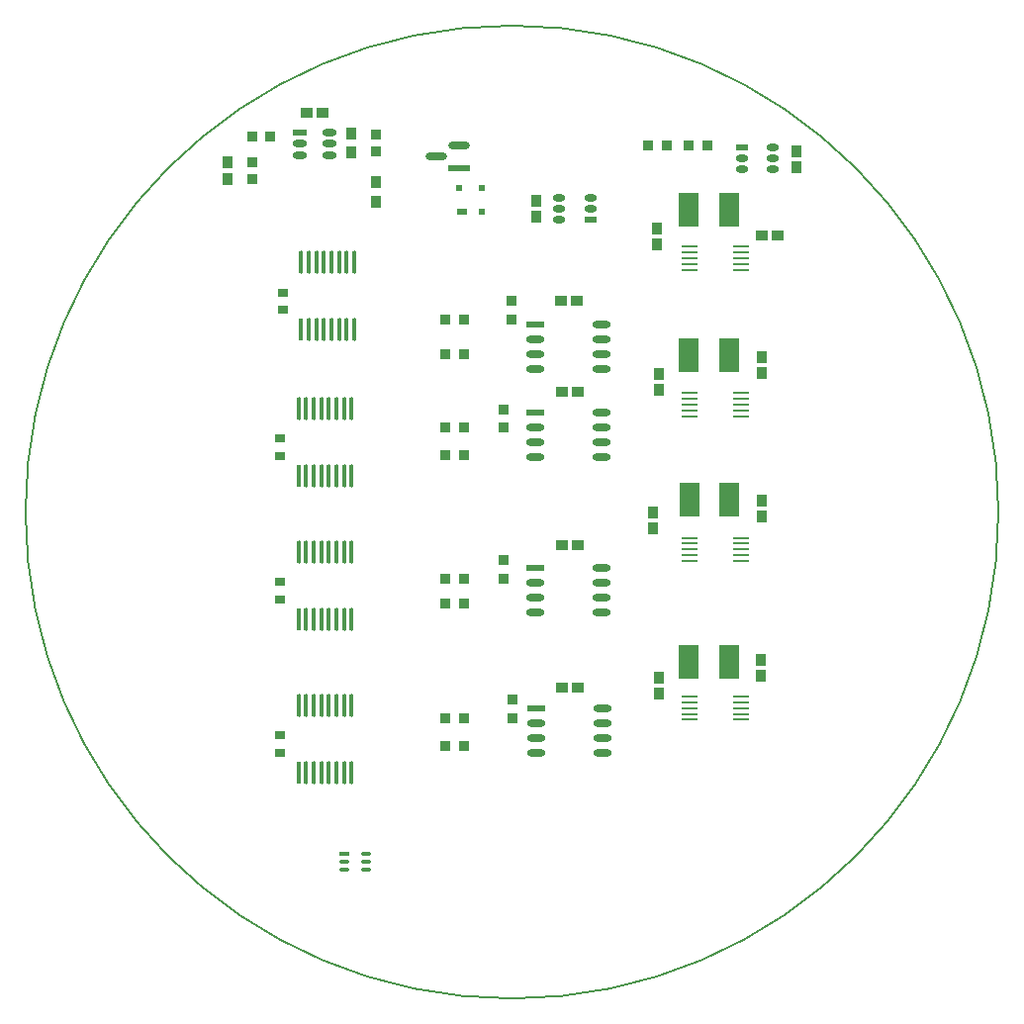
<source format=gtp>
G04*
G04 #@! TF.GenerationSoftware,Altium Limited,Altium Designer,23.3.1 (30)*
G04*
G04 Layer_Color=8421504*
%FSLAX25Y25*%
%MOIN*%
G70*
G04*
G04 #@! TF.SameCoordinates,7FDB2B4D-D7D5-4B3D-9FC9-9F88D19D1CF5*
G04*
G04*
G04 #@! TF.FilePolarity,Positive*
G04*
G01*
G75*
%ADD13C,0.00787*%
%ADD18R,0.01968X0.02362*%
%ADD19R,0.03543X0.02362*%
%ADD20R,0.03381X0.03591*%
%ADD21R,0.03788X0.03681*%
%ADD22O,0.03300X0.01600*%
%ADD23R,0.03300X0.01600*%
%ADD24R,0.05512X0.00984*%
%ADD25O,0.05512X0.00984*%
%ADD26O,0.04724X0.02362*%
%ADD27R,0.04724X0.02362*%
G04:AMPARAMS|DCode=28|XSize=73.79mil|YSize=24.1mil|CornerRadius=12.05mil|HoleSize=0mil|Usage=FLASHONLY|Rotation=180.000|XOffset=0mil|YOffset=0mil|HoleType=Round|Shape=RoundedRectangle|*
%AMROUNDEDRECTD28*
21,1,0.07379,0.00000,0,0,180.0*
21,1,0.04969,0.02410,0,0,180.0*
1,1,0.02410,-0.02485,0.00000*
1,1,0.02410,0.02485,0.00000*
1,1,0.02410,0.02485,0.00000*
1,1,0.02410,-0.02485,0.00000*
%
%ADD28ROUNDEDRECTD28*%
%ADD29R,0.07379X0.02410*%
%ADD30R,0.03500X0.04000*%
%ADD31R,0.03543X0.03150*%
%ADD32R,0.07087X0.11811*%
%ADD33R,0.03591X0.03970*%
%ADD34R,0.03591X0.04166*%
%ADD35R,0.03591X0.03775*%
%ADD36R,0.04166X0.03591*%
%ADD37R,0.01657X0.07699*%
G04:AMPARAMS|DCode=38|XSize=76.99mil|YSize=16.57mil|CornerRadius=8.28mil|HoleSize=0mil|Usage=FLASHONLY|Rotation=90.000|XOffset=0mil|YOffset=0mil|HoleType=Round|Shape=RoundedRectangle|*
%AMROUNDEDRECTD38*
21,1,0.07699,0.00000,0,0,90.0*
21,1,0.06042,0.01657,0,0,90.0*
1,1,0.01657,0.00000,0.03021*
1,1,0.01657,0.00000,-0.03021*
1,1,0.01657,0.00000,-0.03021*
1,1,0.01657,0.00000,0.03021*
%
%ADD38ROUNDEDRECTD38*%
%ADD39R,0.04134X0.02362*%
%ADD40O,0.04134X0.02362*%
%ADD41R,0.03591X0.03381*%
%ADD42O,0.06102X0.02362*%
%ADD43R,0.06102X0.02362*%
D13*
X163878Y0D02*
G03*
X163878Y0I-163878J0D01*
G01*
D18*
X-17715Y109055D02*
D03*
X-10235D02*
D03*
Y101181D02*
D03*
D19*
X-16930Y101182D02*
D03*
D20*
X-81384Y126378D02*
D03*
X-87500D02*
D03*
X45958Y123425D02*
D03*
X52074D02*
D03*
X59646D02*
D03*
X65762D02*
D03*
X-16233Y64967D02*
D03*
X-22349D02*
D03*
Y53228D02*
D03*
X-16233D02*
D03*
X-22349Y28424D02*
D03*
X-16233D02*
D03*
X-16233Y19193D02*
D03*
X-22349D02*
D03*
Y-22441D02*
D03*
X-16233D02*
D03*
Y-30807D02*
D03*
X-22349D02*
D03*
X-22358Y-69350D02*
D03*
X-16242D02*
D03*
X-16233Y-78701D02*
D03*
X-22349D02*
D03*
D21*
X-87500Y117808D02*
D03*
Y112175D02*
D03*
D22*
X-56504Y-117815D02*
D03*
X-49204Y-120415D02*
D03*
X-56504D02*
D03*
X-49204Y-117815D02*
D03*
Y-115215D02*
D03*
D23*
X-56504D02*
D03*
D24*
X59744Y-62106D02*
D03*
Y89433D02*
D03*
Y40201D02*
D03*
Y-8685D02*
D03*
D25*
Y-64075D02*
D03*
Y-66043D02*
D03*
Y-68012D02*
D03*
Y-69980D02*
D03*
X77067Y-62106D02*
D03*
Y-64075D02*
D03*
Y-66043D02*
D03*
Y-68012D02*
D03*
Y-69980D02*
D03*
Y81559D02*
D03*
Y83528D02*
D03*
Y85496D02*
D03*
Y87465D02*
D03*
Y89433D02*
D03*
X59744Y81559D02*
D03*
Y83528D02*
D03*
Y85496D02*
D03*
Y87465D02*
D03*
Y38232D02*
D03*
Y36264D02*
D03*
Y34295D02*
D03*
Y32327D02*
D03*
X77067Y40201D02*
D03*
Y38232D02*
D03*
Y36264D02*
D03*
Y34295D02*
D03*
Y32327D02*
D03*
Y-16559D02*
D03*
Y-14591D02*
D03*
Y-12622D02*
D03*
Y-10654D02*
D03*
Y-8685D02*
D03*
X59744Y-16559D02*
D03*
Y-14591D02*
D03*
Y-12622D02*
D03*
Y-10654D02*
D03*
D26*
X-61614Y120276D02*
D03*
Y124016D02*
D03*
Y127756D02*
D03*
X-71457Y120276D02*
D03*
Y124016D02*
D03*
D27*
Y127756D02*
D03*
D28*
X-17972Y123425D02*
D03*
X-25335Y119685D02*
D03*
D29*
X-17972Y115945D02*
D03*
D30*
X-45669Y104524D02*
D03*
Y111024D02*
D03*
X-54035Y127659D02*
D03*
Y121160D02*
D03*
D31*
X-78051Y-75197D02*
D03*
Y-81102D02*
D03*
X-77165Y68105D02*
D03*
Y74011D02*
D03*
X-78051Y18898D02*
D03*
Y24803D02*
D03*
Y-29528D02*
D03*
Y-23622D02*
D03*
D32*
X59646Y101870D02*
D03*
X73228D02*
D03*
X73130Y52854D02*
D03*
X59547D02*
D03*
X59744Y4232D02*
D03*
X73327D02*
D03*
X59547Y-50492D02*
D03*
X73130D02*
D03*
D33*
X-95768Y112175D02*
D03*
Y117702D02*
D03*
D34*
X49606Y-61130D02*
D03*
Y-55799D02*
D03*
X95866Y121661D02*
D03*
Y116331D02*
D03*
X8202Y99508D02*
D03*
Y104839D02*
D03*
X48720Y95480D02*
D03*
Y90150D02*
D03*
X84252Y52075D02*
D03*
Y46744D02*
D03*
X49606Y46661D02*
D03*
Y41331D02*
D03*
X84252Y-1386D02*
D03*
Y3945D02*
D03*
X47638Y-189D02*
D03*
Y-5520D02*
D03*
X83760Y-49894D02*
D03*
Y-55224D02*
D03*
D35*
X-45669Y127270D02*
D03*
Y121548D02*
D03*
D36*
X-69004Y134646D02*
D03*
X-63673D02*
D03*
X89673Y93307D02*
D03*
X84343D02*
D03*
X16823Y-11220D02*
D03*
X22153D02*
D03*
X16791Y-59193D02*
D03*
X22121D02*
D03*
X16429Y71082D02*
D03*
X21760D02*
D03*
X16921Y40650D02*
D03*
X22252D02*
D03*
D37*
X-71063Y61509D02*
D03*
X-71949Y12302D02*
D03*
Y-36124D02*
D03*
Y-87698D02*
D03*
D38*
X-68504Y61509D02*
D03*
X-65945D02*
D03*
X-63386D02*
D03*
X-60827D02*
D03*
X-58268D02*
D03*
X-55709D02*
D03*
X-53150D02*
D03*
Y84150D02*
D03*
X-55709D02*
D03*
X-58268D02*
D03*
X-60827D02*
D03*
X-63386D02*
D03*
X-65945D02*
D03*
X-68504D02*
D03*
X-71063D02*
D03*
X-71949Y34942D02*
D03*
X-69390D02*
D03*
X-66831D02*
D03*
X-64272D02*
D03*
X-61713D02*
D03*
X-59153D02*
D03*
X-56595D02*
D03*
X-54035D02*
D03*
Y12302D02*
D03*
X-56595D02*
D03*
X-59153D02*
D03*
X-61713D02*
D03*
X-64272D02*
D03*
X-66831D02*
D03*
X-69390D02*
D03*
Y-36124D02*
D03*
X-66831D02*
D03*
X-64272D02*
D03*
X-61713D02*
D03*
X-59153D02*
D03*
X-56595D02*
D03*
X-54035D02*
D03*
Y-13483D02*
D03*
X-56595D02*
D03*
X-59153D02*
D03*
X-61713D02*
D03*
X-64272D02*
D03*
X-66831D02*
D03*
X-69390D02*
D03*
X-71949D02*
D03*
Y-65057D02*
D03*
X-69390D02*
D03*
X-66831D02*
D03*
X-64272D02*
D03*
X-61713D02*
D03*
X-59153D02*
D03*
X-56595D02*
D03*
X-54035D02*
D03*
Y-87698D02*
D03*
X-56595D02*
D03*
X-59153D02*
D03*
X-61713D02*
D03*
X-64272D02*
D03*
X-66831D02*
D03*
X-69390D02*
D03*
D39*
X77461Y122933D02*
D03*
X26378Y98433D02*
D03*
D40*
X87894Y115453D02*
D03*
Y122933D02*
D03*
X77461Y119193D02*
D03*
Y115453D02*
D03*
X87894Y119193D02*
D03*
X15945Y105913D02*
D03*
Y98433D02*
D03*
X26378Y102173D02*
D03*
Y105913D02*
D03*
X15945Y102173D02*
D03*
D41*
X-98Y71082D02*
D03*
Y64967D02*
D03*
X-2953Y34540D02*
D03*
Y28424D02*
D03*
X-2953Y-22395D02*
D03*
Y-16280D02*
D03*
X295Y-63235D02*
D03*
Y-69350D02*
D03*
D42*
X30283Y48228D02*
D03*
Y53228D02*
D03*
Y58228D02*
D03*
Y63228D02*
D03*
X7842Y48228D02*
D03*
Y53228D02*
D03*
Y58228D02*
D03*
Y28424D02*
D03*
Y23424D02*
D03*
Y18424D02*
D03*
X30283Y33424D02*
D03*
Y28424D02*
D03*
Y23424D02*
D03*
Y18424D02*
D03*
Y-33898D02*
D03*
Y-28898D02*
D03*
Y-23898D02*
D03*
Y-18898D02*
D03*
X7842Y-33898D02*
D03*
Y-28898D02*
D03*
Y-23898D02*
D03*
X30676Y-81260D02*
D03*
Y-76260D02*
D03*
Y-71260D02*
D03*
Y-66260D02*
D03*
X8235Y-81260D02*
D03*
Y-76260D02*
D03*
Y-71260D02*
D03*
D43*
X7842Y63228D02*
D03*
Y33424D02*
D03*
Y-18898D02*
D03*
X8235Y-66260D02*
D03*
M02*

</source>
